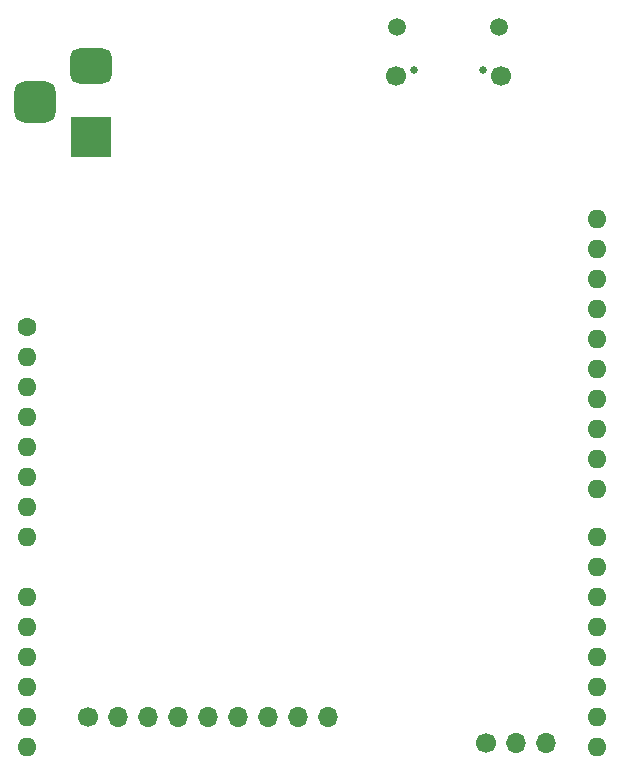
<source format=gbr>
%TF.GenerationSoftware,KiCad,Pcbnew,(6.0.8)*%
%TF.CreationDate,2022-12-17T17:30:56+01:00*%
%TF.ProjectId,anac_2040,616e6163-5f32-4303-9430-2e6b69636164,rev?*%
%TF.SameCoordinates,Original*%
%TF.FileFunction,Soldermask,Bot*%
%TF.FilePolarity,Negative*%
%FSLAX46Y46*%
G04 Gerber Fmt 4.6, Leading zero omitted, Abs format (unit mm)*
G04 Created by KiCad (PCBNEW (6.0.8)) date 2022-12-17 17:30:56*
%MOMM*%
%LPD*%
G01*
G04 APERTURE LIST*
G04 Aperture macros list*
%AMRoundRect*
0 Rectangle with rounded corners*
0 $1 Rounding radius*
0 $2 $3 $4 $5 $6 $7 $8 $9 X,Y pos of 4 corners*
0 Add a 4 corners polygon primitive as box body*
4,1,4,$2,$3,$4,$5,$6,$7,$8,$9,$2,$3,0*
0 Add four circle primitives for the rounded corners*
1,1,$1+$1,$2,$3*
1,1,$1+$1,$4,$5*
1,1,$1+$1,$6,$7*
1,1,$1+$1,$8,$9*
0 Add four rect primitives between the rounded corners*
20,1,$1+$1,$2,$3,$4,$5,0*
20,1,$1+$1,$4,$5,$6,$7,0*
20,1,$1+$1,$6,$7,$8,$9,0*
20,1,$1+$1,$8,$9,$2,$3,0*%
G04 Aperture macros list end*
%ADD10C,0.670000*%
%ADD11C,1.500000*%
%ADD12C,1.700000*%
%ADD13O,1.700000X1.700000*%
%ADD14R,3.500000X3.500000*%
%ADD15RoundRect,0.750000X-1.000000X0.750000X-1.000000X-0.750000X1.000000X-0.750000X1.000000X0.750000X0*%
%ADD16RoundRect,0.875000X-0.875000X0.875000X-0.875000X-0.875000X0.875000X-0.875000X0.875000X0.875000X0*%
%ADD17C,1.600000*%
%ADD18O,1.600000X1.600000*%
G04 APERTURE END LIST*
D10*
%TO.C,J7*%
X163600000Y-60562500D03*
X169400000Y-60562500D03*
D11*
X170820000Y-56912500D03*
X162180000Y-56912500D03*
D12*
X170950000Y-61092500D03*
X162050000Y-61092500D03*
%TD*%
%TO.C,J5*%
X135960000Y-115320000D03*
D13*
X138500000Y-115320000D03*
X141040000Y-115320000D03*
X143580000Y-115320000D03*
X146120000Y-115320000D03*
X148660000Y-115320000D03*
X151200000Y-115320000D03*
X153740000Y-115320000D03*
X156280000Y-115320000D03*
%TD*%
D14*
%TO.C,J6*%
X136250000Y-66250000D03*
D15*
X136250000Y-60250000D03*
D16*
X131550000Y-63250000D03*
%TD*%
D12*
%TO.C,J10*%
X169725000Y-117525000D03*
D13*
X172265000Y-117525000D03*
X174805000Y-117525000D03*
%TD*%
D17*
%TO.C,A1*%
X130870000Y-82325000D03*
D18*
X130870000Y-84865000D03*
X130870000Y-87405000D03*
X130870000Y-89945000D03*
X130870000Y-92485000D03*
X130870000Y-95025000D03*
X130870000Y-97565000D03*
X130870000Y-100105000D03*
X130870000Y-105185000D03*
X130870000Y-107725000D03*
X130870000Y-110265000D03*
X130870000Y-112805000D03*
X130870000Y-115345000D03*
X130870000Y-117885000D03*
X179130000Y-117885000D03*
X179130000Y-115345000D03*
X179130000Y-112805000D03*
X179130000Y-110265000D03*
X179130000Y-107725000D03*
X179130000Y-105185000D03*
X179130000Y-102645000D03*
X179130000Y-100105000D03*
X179130000Y-96045000D03*
X179130000Y-93505000D03*
X179130000Y-90965000D03*
X179130000Y-88425000D03*
X179130000Y-85885000D03*
X179130000Y-83345000D03*
X179130000Y-80805000D03*
X179130000Y-78265000D03*
X179130000Y-75725000D03*
X179130000Y-73185000D03*
%TD*%
M02*

</source>
